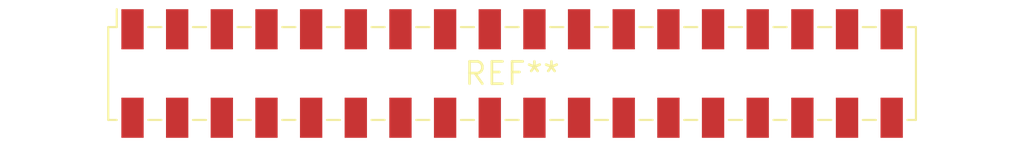
<source format=kicad_pcb>
(kicad_pcb (version 20240108) (generator pcbnew)
  (layers (0 "F.Cu" signal) (31 "B.Cu" signal) (34 "B.Paste" user) (35 "F.Paste" user) (36 "B.SilkS" user "B.Silkscreen") (37 "F.SilkS" user "F.Silkscreen") (38 "B.Mask" user) (39 "F.Mask" user) (44 "Edge.Cuts" user))
  (net 0 "")
  (footprint "Samtec_HLE-118-02-xxx-DV-A_2x18_P2.54mm_Horizontal" (layer "F.Cu") (at 0 0)
    (property "Reference" "REF**")
    (property "Value" "Samtec_HLE-118-02-xxx-DV-A_2x18_P2.54mm_Horizontal")
    (fp_line (start -22.97 -2.65) (end -22.97 2.65) (layer "F.SilkS") (stroke (width 0.12)))
    (fp_line (start -22.97 2.65) (end -22.485 2.65) (layer "F.SilkS") (stroke (width 0.12)))
    (fp_line (start -22.485 -3.67) (end -22.485 -2.65) (layer "F.SilkS") (stroke (width 0.12)))
    (fp_line (start -22.485 -2.65) (end -22.97 -2.65) (layer "F.SilkS") (stroke (width 0.12)))
    (fp_line (start -20.695 -2.65) (end -19.945 -2.65) (layer "F.SilkS") (stroke (width 0.12)))
    (fp_line (start -20.695 2.65) (end -19.945 2.65) (layer "F.SilkS") (stroke (width 0.12)))
    (fp_line (start -18.155 -2.65) (end -17.405 -2.65) (layer "F.SilkS") (stroke (width 0.12)))
    (fp_line (start -18.155 2.65) (end -17.405 2.65) (layer "F.SilkS") (stroke (width 0.12)))
    (fp_line (start -15.615 -2.65) (end -14.865 -2.65) (layer "F.SilkS") (stroke (width 0.12)))
    (fp_line (start -15.615 2.65) (end -14.865 2.65) (layer "F.SilkS") (stroke (width 0.12)))
    (fp_line (start -13.075 -2.65) (end -12.325 -2.65) (layer "F.SilkS") (stroke (width 0.12)))
    (fp_line (start -13.075 2.65) (end -12.325 2.65) (layer "F.SilkS") (stroke (width 0.12)))
    (fp_line (start -10.535 -2.65) (end -9.785 -2.65) (layer "F.SilkS") (stroke (width 0.12)))
    (fp_line (start -10.535 2.65) (end -9.785 2.65) (layer "F.SilkS") (stroke (width 0.12)))
    (fp_line (start -7.995 -2.65) (end -7.245 -2.65) (layer "F.SilkS") (stroke (width 0.12)))
    (fp_line (start -7.995 2.65) (end -7.245 2.65) (layer "F.SilkS") (stroke (width 0.12)))
    (fp_line (start -5.455 -2.65) (end -4.705 -2.65) (layer "F.SilkS") (stroke (width 0.12)))
    (fp_line (start -5.455 2.65) (end -4.705 2.65) (layer "F.SilkS") (stroke (width 0.12)))
    (fp_line (start -2.915 -2.65) (end -2.165 -2.65) (layer "F.SilkS") (stroke (width 0.12)))
    (fp_line (start -2.915 2.65) (end -2.165 2.65) (layer "F.SilkS") (stroke (width 0.12)))
    (fp_line (start -0.375 -2.65) (end 0.375 -2.65) (layer "F.SilkS") (stroke (width 0.12)))
    (fp_line (start -0.375 2.65) (end 0.375 2.65) (layer "F.SilkS") (stroke (width 0.12)))
    (fp_line (start 2.165 -2.65) (end 2.915 -2.65) (layer "F.SilkS") (stroke (width 0.12)))
    (fp_line (start 2.165 2.65) (end 2.915 2.65) (layer "F.SilkS") (stroke (width 0.12)))
    (fp_line (start 4.705 -2.65) (end 5.455 -2.65) (layer "F.SilkS") (stroke (width 0.12)))
    (fp_line (start 4.705 2.65) (end 5.455 2.65) (layer "F.SilkS") (stroke (width 0.12)))
    (fp_line (start 7.245 -2.65) (end 7.995 -2.65) (layer "F.SilkS") (stroke (width 0.12)))
    (fp_line (start 7.245 2.65) (end 7.995 2.65) (layer "F.SilkS") (stroke (width 0.12)))
    (fp_line (start 9.785 -2.65) (end 10.535 -2.65) (layer "F.SilkS") (stroke (width 0.12)))
    (fp_line (start 9.785 2.65) (end 10.535 2.65) (layer "F.SilkS") (stroke (width 0.12)))
    (fp_line (start 12.325 -2.65) (end 13.075 -2.65) (layer "F.SilkS") (stroke (width 0.12)))
    (fp_line (start 12.325 2.65) (end 13.075 2.65) (layer "F.SilkS") (stroke (width 0.12)))
    (fp_line (start 14.865 -2.65) (end 15.615 -2.65) (layer "F.SilkS") (stroke (width 0.12)))
    (fp_line (start 14.865 2.65) (end 15.615 2.65) (layer "F.SilkS") (stroke (width 0.12)))
    (fp_line (start 17.405 -2.65) (end 18.155 -2.65) (layer "F.SilkS") (stroke (width 0.12)))
    (fp_line (start 17.405 2.65) (end 18.155 2.65) (layer "F.SilkS") (stroke (width 0.12)))
    (fp_line (start 19.945 -2.65) (end 20.695 -2.65) (layer "F.SilkS") (stroke (width 0.12)))
    (fp_line (start 19.945 2.65) (end 20.695 2.65) (layer "F.SilkS") (stroke (width 0.12)))
    (fp_line (start 22.485 -2.65) (end 22.97 -2.65) (layer "F.SilkS") (stroke (width 0.12)))
    (fp_line (start 22.97 -2.65) (end 22.97 2.65) (layer "F.SilkS") (stroke (width 0.12)))
    (fp_line (start 22.97 2.65) (end 22.485 2.65) (layer "F.SilkS") (stroke (width 0.12)))
    (pad "" np_thru_hole circle (at -20.32 0) (size 1.78 1.78) (drill 1.78) (layers *.Cu *.Mask))
    (pad "" np_thru_hole circle (at 20.32 0) (size 1.78 1.78) (drill 1.78) (layers *.Cu *.Mask))
    (pad "1" smd rect (at -21.59 -2.525) (size 1.27 2.29) (layers "F.Cu" "F.Paste" "F.Mask"))
    (pad "2" smd rect (at -21.59 2.525) (size 1.27 2.29) (layers "F.Cu" "F.Paste" "F.Mask"))
    (pad "3" smd rect (at -19.05 -2.525) (size 1.27 2.29) (layers "F.Cu" "F.Paste" "F.Mask"))
    (pad "4" smd rect (at -19.05 2.525) (size 1.27 2.29) (layers "F.Cu" "F.Paste" "F.Mask"))
    (pad "5" smd rect (at -16.51 -2.525) (size 1.27 2.29) (layers "F.Cu" "F.Paste" "F.Mask"))
    (pad "6" smd rect (at -16.51 2.525) (size 1.27 2.29) (layers "F.Cu" "F.Paste" "F.Mask"))
    (pad "7" smd rect (at -13.97 -2.525) (size 1.27 2.29) (layers "F.Cu" "F.Paste" "F.Mask"))
    (pad "8" smd rect (at -13.97 2.525) (size 1.27 2.29) (layers "F.Cu" "F.Paste" "F.Mask"))
    (pad "9" smd rect (at -11.43 -2.525) (size 1.27 2.29) (layers "F.Cu" "F.Paste" "F.Mask"))
    (pad "10" smd rect (at -11.43 2.525) (size 1.27 2.29) (layers "F.Cu" "F.Paste" "F.Mask"))
    (pad "11" smd rect (at -8.89 -2.525) (size 1.27 2.29) (layers "F.Cu" "F.Paste" "F.Mask"))
    (pad "12" smd rect (at -8.89 2.525) (size 1.27 2.29) (layers "F.Cu" "F.Paste" "F.Mask"))
    (pad "13" smd rect (at -6.35 -2.525) (size 1.27 2.29) (layers "F.Cu" "F.Paste" "F.Mask"))
    (pad "14" smd rect (at -6.35 2.525) (size 1.27 2.29) (layers "F.Cu" "F.Paste" "F.Mask"))
    (pad "15" smd rect (at -3.81 -2.525) (size 1.27 2.29) (layers "F.Cu" "F.Paste" "F.Mask"))
    (pad "16" smd rect (at -3.81 2.525) (size 1.27 2.29) (layers "F.Cu" "F.Paste" "F.Mask"))
    (pad "17" smd rect (at -1.27 -2.525) (size 1.27 2.29) (layers "F.Cu" "F.Paste" "F.Mask"))
    (pad "18" smd rect (at -1.27 2.525) (size 1.27 2.29) (layers "F.Cu" "F.Paste" "F.Mask"))
    (pad "19" smd rect (at 1.27 -2.525) (size 1.27 2.29) (layers "F.Cu" "F.Paste" "F.Mask"))
    (pad "20" smd rect (at 1.27 2.525) (size 1.27 2.29) (layers "F.Cu" "F.Paste" "F.Mask"))
    (pad "21" smd rect (at 3.81 -2.525) (size 1.27 2.29) (layers "F.Cu" "F.Paste" "F.Mask"))
    (pad "22" smd rect (at 3.81 2.525) (size 1.27 2.29) (layers "F.Cu" "F.Paste" "F.Mask"))
    (pad "23" smd rect (at 6.35 -2.525) (size 1.27 2.29) (layers "F.Cu" "F.Paste" "F.Mask"))
    (pad "24" smd rect (at 6.35 2.525) (size 1.27 2.29) (layers "F.Cu" "F.Paste" "F.Mask"))
    (pad "25" smd rect (at 8.89 -2.525) (size 1.27 2.29) (layers "F.Cu" "F.Paste" "F.Mask"))
    (pad "26" smd rect (at 8.89 2.525) (size 1.27 2.29) (layers "F.Cu" "F.Paste" "F.Mask"))
    (pad "27" smd rect (at 11.43 -2.525) (size 1.27 2.29) (layers "F.Cu" "F.Paste" "F.Mask"))
    (pad "28" smd rect (at 11.43 2.525) (size 1.27 2.29) (layers "F.Cu" "F.Paste" "F.Mask"))
    (pad "29" smd rect (at 13.97 -2.525) (size 1.27 2.29) (layers "F.Cu" "F.Paste" "F.Mask"))
    (pad "30" smd rect (at 13.97 2.525) (size 1.27 2.29) (layers "F.Cu" "F.Paste" "F.Mask"))
    (pad "31" smd rect (at 16.51 -2.525) (size 1.27 2.29) (layers "F.Cu" "F.Paste" "F.Mask"))
    (pad "32" smd rect (at 16.51 2.525) (size 1.27 2.29) (layers "F.Cu" "F.Paste" "F.Mask"))
    (pad "33" smd rect (at 19.05 -2.525) (size 1.27 2.29) (layers "F.Cu" "F.Paste" "F.Mask"))
    (pad "34" smd rect (at 19.05 2.525) (size 1.27 2.29) (layers "F.Cu" "F.Paste" "F.Mask"))
    (pad "35" smd rect (at 21.59 -2.525) (size 1.27 2.29) (layers "F.Cu" "F.Paste" "F.Mask"))
    (pad "36" smd rect (at 21.59 2.525) (size 1.27 2.29) (layers "F.Cu" "F.Paste" "F.Mask"))
  )
)
</source>
